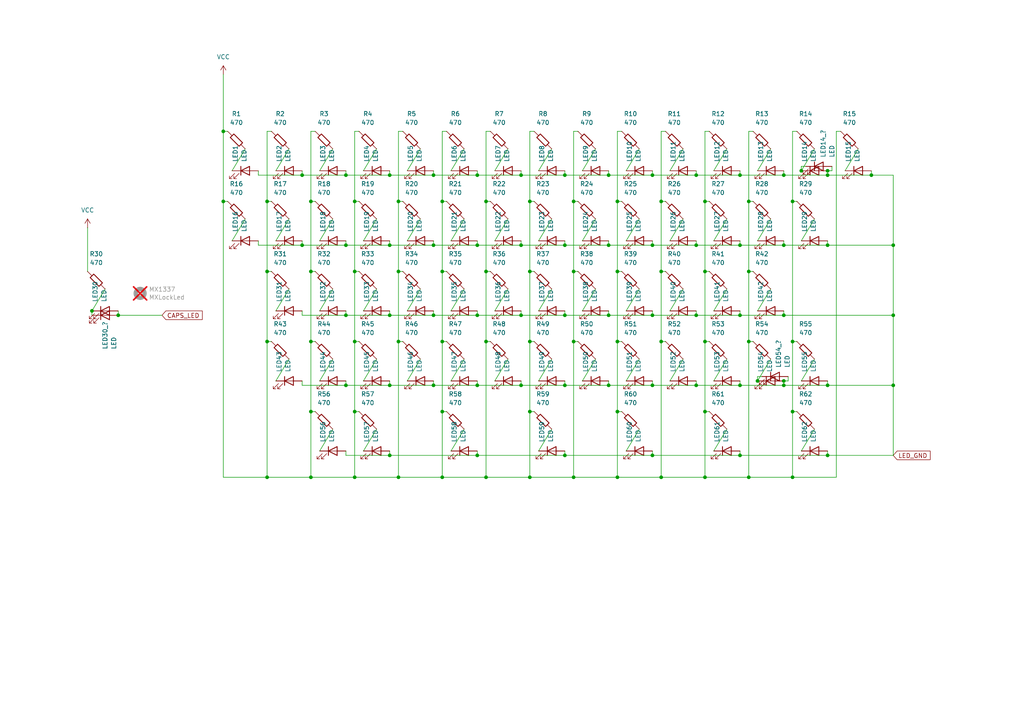
<source format=kicad_sch>
(kicad_sch (version 20250114) (generator "eeschema") (generator_version "9.0")
  (paper "A4")
  (junction (at 214.63 50.8))
  (junction (at 176.53 91.44))
  (junction (at 204.47 99.06))
  (junction (at 204.47 58.42))
  (junction (at 102.87 119.38))
  (junction (at 140.97 58.42))
  (junction (at 151.13 91.44))
  (junction (at 77.47 99.06))
  (junction (at 153.67 99.06))
  (junction (at 240.03 111.76))
  (junction (at 115.57 58.42))
  (junction (at 102.87 78.74))
  (junction (at 113.03 91.44))
  (junction (at 113.03 50.8))
  (junction (at 140.97 138.43))
  (junction (at 229.87 138.43))
  (junction (at 227.33 111.76))
  (junction (at 201.93 111.76))
  (junction (at 125.73 91.44))
  (junction (at 227.33 71.12))
  (junction (at 189.23 111.76))
  (junction (at 64.77 38.1))
  (junction (at 64.77 58.42))
  (junction (at 128.27 58.42))
  (junction (at 179.07 138.43))
  (junction (at 100.33 71.12))
  (junction (at 163.83 111.76))
  (junction (at 138.43 91.44))
  (junction (at 100.33 91.44))
  (junction (at 191.77 78.74))
  (junction (at 113.03 111.76))
  (junction (at 128.27 78.74))
  (junction (at 227.33 50.8))
  (junction (at 189.23 91.44))
  (junction (at 191.77 58.42))
  (junction (at 151.13 50.8))
  (junction (at 204.47 78.74))
  (junction (at 113.03 132.08))
  (junction (at 166.37 99.06))
  (junction (at 90.17 119.38))
  (junction (at 100.33 111.76))
  (junction (at 176.53 71.12))
  (junction (at 229.87 119.38))
  (junction (at 34.29 91.44))
  (junction (at 138.43 111.76))
  (junction (at 115.57 78.74))
  (junction (at 166.37 138.43))
  (junction (at 153.67 78.74))
  (junction (at 90.17 138.43))
  (junction (at 102.87 138.43))
  (junction (at 166.37 58.42))
  (junction (at 240.03 71.12))
  (junction (at 201.93 91.44))
  (junction (at 189.23 50.8))
  (junction (at 163.83 132.08))
  (junction (at 153.67 58.42))
  (junction (at 128.27 99.06))
  (junction (at 204.47 138.43))
  (junction (at 115.57 99.06))
  (junction (at 140.97 99.06))
  (junction (at 227.33 91.44))
  (junction (at 201.93 50.8))
  (junction (at 176.53 50.8))
  (junction (at 259.08 91.44))
  (junction (at 26.67 90.17))
  (junction (at 179.07 99.06))
  (junction (at 163.83 50.8))
  (junction (at 191.77 99.06))
  (junction (at 240.03 50.8))
  (junction (at 138.43 71.12))
  (junction (at 153.67 138.43))
  (junction (at 113.03 71.12))
  (junction (at 138.43 50.8))
  (junction (at 201.93 71.12))
  (junction (at 77.47 58.42))
  (junction (at 214.63 132.08))
  (junction (at 100.33 50.8))
  (junction (at 252.73 50.8))
  (junction (at 229.87 58.42))
  (junction (at 217.17 99.06))
  (junction (at 229.87 99.06))
  (junction (at 179.07 119.38))
  (junction (at 214.63 111.76))
  (junction (at 151.13 111.76))
  (junction (at 259.08 111.76))
  (junction (at 128.27 119.38))
  (junction (at 217.17 58.42))
  (junction (at 90.17 78.74))
  (junction (at 102.87 99.06))
  (junction (at 102.87 58.42))
  (junction (at 189.23 132.08))
  (junction (at 163.83 91.44))
  (junction (at 191.77 138.43))
  (junction (at 214.63 71.12))
  (junction (at 87.63 50.8))
  (junction (at 115.57 138.43))
  (junction (at 189.23 71.12))
  (junction (at 219.71 110.49))
  (junction (at 240.03 132.08))
  (junction (at 214.63 91.44))
  (junction (at 125.73 111.76))
  (junction (at 77.47 138.43))
  (junction (at 153.67 119.38))
  (junction (at 125.73 50.8))
  (junction (at 240.03 49.53))
  (junction (at 176.53 111.76))
  (junction (at 166.37 78.74))
  (junction (at 151.13 71.12))
  (junction (at 140.97 78.74))
  (junction (at 128.27 138.43))
  (junction (at 138.43 132.08))
  (junction (at 179.07 78.74))
  (junction (at 232.41 49.53))
  (junction (at 179.07 58.42))
  (junction (at 217.17 138.43))
  (junction (at 77.47 78.74))
  (junction (at 163.83 71.12))
  (junction (at 87.63 71.12))
  (junction (at 125.73 71.12))
  (junction (at 90.17 99.06))
  (junction (at 204.47 119.38))
  (junction (at 227.33 110.49))
  (junction (at 259.08 71.12))
  (junction (at 90.17 58.42))
  (junction (at 217.17 78.74))
  (wire (pts (xy 151.13 71.12) (xy 163.83 71.12)))
  (wire (pts (xy 163.83 91.44) (xy 176.53 91.44)))
  (wire (pts (xy 96.52 83.82) (xy 92.71 90.17)))
  (wire (pts (xy 191.77 58.42) (xy 191.77 78.74)))
  (wire (pts (xy 90.17 78.74) (xy 90.17 99.06)))
  (wire (pts (xy 210.82 83.82) (xy 207.01 90.17)))
  (wire (pts (xy 151.13 90.17) (xy 151.13 91.44)))
  (wire (pts (xy 102.87 119.38) (xy 102.87 138.43)))
  (wire (pts (xy 228.6 109.22) (xy 228.6 110.49)))
  (wire (pts (xy 87.63 91.44) (xy 100.33 91.44)))
  (wire (pts (xy 252.73 49.53) (xy 252.73 50.8)))
  (wire (pts (xy 205.74 99.06) (xy 204.47 99.06)))
  (wire (pts (xy 138.43 111.76) (xy 151.13 111.76)))
  (wire (pts (xy 129.54 78.74) (xy 128.27 78.74)))
  (wire (pts (xy 74.93 69.85) (xy 74.93 71.12)))
  (wire (pts (xy 96.52 104.14) (xy 92.71 110.49)))
  (wire (pts (xy 214.63 50.8) (xy 227.33 50.8)))
  (wire (pts (xy 179.07 119.38) (xy 179.07 138.43)))
  (wire (pts (xy 151.13 50.8) (xy 163.83 50.8)))
  (wire (pts (xy 138.43 110.49) (xy 138.43 111.76)))
  (wire (pts (xy 100.33 130.81) (xy 100.33 132.08)))
  (wire (pts (xy 180.34 119.38) (xy 179.07 119.38)))
  (wire (pts (xy 189.23 130.81) (xy 189.23 132.08)))
  (wire (pts (xy 240.03 71.12) (xy 259.08 71.12)))
  (wire (pts (xy 241.3 48.26) (xy 241.3 49.53)))
  (wire (pts (xy 134.62 104.14) (xy 130.81 110.49)))
  (wire (pts (xy 104.14 99.06) (xy 102.87 99.06)))
  (wire (pts (xy 113.03 71.12) (xy 125.73 71.12)))
  (wire (pts (xy 71.12 63.5) (xy 67.31 69.85)))
  (wire (pts (xy 113.03 49.53) (xy 113.03 50.8)))
  (wire (pts (xy 74.93 50.8) (xy 87.63 50.8)))
  (wire (pts (xy 189.23 49.53) (xy 189.23 50.8)))
  (wire (pts (xy 172.72 83.82) (xy 168.91 90.17)))
  (wire (pts (xy 176.53 71.12) (xy 189.23 71.12)))
  (wire (pts (xy 100.33 69.85) (xy 100.33 71.12)))
  (wire (pts (xy 219.71 109.22) (xy 219.71 110.49)))
  (wire (pts (xy 185.42 83.82) (xy 181.61 90.17)))
  (wire (pts (xy 90.17 138.43) (xy 102.87 138.43)))
  (wire (pts (xy 153.67 58.42) (xy 153.67 78.74)))
  (wire (pts (xy 189.23 69.85) (xy 189.23 71.12)))
  (wire (pts (xy 198.12 104.14) (xy 194.31 110.49)))
  (wire (pts (xy 140.97 58.42) (xy 140.97 78.74)))
  (wire (pts (xy 34.29 90.17) (xy 34.29 91.44)))
  (wire (pts (xy 34.29 91.44) (xy 46.99 91.44)))
  (wire (pts (xy 179.07 58.42) (xy 179.07 78.74)))
  (wire (pts (xy 90.17 119.38) (xy 90.17 138.43)))
  (wire (pts (xy 104.14 119.38) (xy 102.87 119.38)))
  (wire (pts (xy 201.93 111.76) (xy 214.63 111.76)))
  (wire (pts (xy 241.3 49.53) (xy 240.03 49.53)))
  (wire (pts (xy 140.97 38.1) (xy 140.97 58.42)))
  (wire (pts (xy 240.03 50.8) (xy 252.73 50.8)))
  (wire (pts (xy 128.27 58.42) (xy 128.27 78.74)))
  (wire (pts (xy 102.87 58.42) (xy 102.87 78.74)))
  (wire (pts (xy 102.87 99.06) (xy 102.87 119.38)))
  (wire (pts (xy 109.22 43.18) (xy 105.41 49.53)))
  (wire (pts (xy 87.63 69.85) (xy 87.63 71.12)))
  (wire (pts (xy 153.67 78.74) (xy 153.67 99.06)))
  (wire (pts (xy 236.22 63.5) (xy 232.41 69.85)))
  (wire (pts (xy 205.74 58.42) (xy 204.47 58.42)))
  (wire (pts (xy 163.83 111.76) (xy 176.53 111.76)))
  (wire (pts (xy 83.82 43.18) (xy 80.01 49.53)))
  (wire (pts (xy 166.37 99.06) (xy 166.37 138.43)))
  (wire (pts (xy 104.14 58.42) (xy 102.87 58.42)))
  (wire (pts (xy 198.12 83.82) (xy 194.31 90.17)))
  (wire (pts (xy 140.97 99.06) (xy 140.97 138.43)))
  (wire (pts (xy 218.44 38.1) (xy 217.17 38.1)))
  (wire (pts (xy 160.02 124.46) (xy 156.21 130.81)))
  (wire (pts (xy 217.17 138.43) (xy 229.87 138.43)))
  (wire (pts (xy 217.17 99.06) (xy 217.17 138.43)))
  (wire (pts (xy 138.43 50.8) (xy 151.13 50.8)))
  (wire (pts (xy 185.42 43.18) (xy 181.61 49.53)))
  (wire (pts (xy 64.77 58.42) (xy 64.77 138.43)))
  (wire (pts (xy 236.22 104.14) (xy 232.41 110.49)))
  (wire (pts (xy 166.37 78.74) (xy 166.37 99.06)))
  (wire (pts (xy 147.32 43.18) (xy 143.51 49.53)))
  (wire (pts (xy 154.94 58.42) (xy 153.67 58.42)))
  (wire (pts (xy 87.63 111.76) (xy 100.33 111.76)))
  (wire (pts (xy 90.17 38.1) (xy 90.17 58.42)))
  (wire (pts (xy 125.73 50.8) (xy 138.43 50.8)))
  (wire (pts (xy 96.52 43.18) (xy 92.71 49.53)))
  (wire (pts (xy 77.47 78.74) (xy 77.47 99.06)))
  (wire (pts (xy 66.04 38.1) (xy 64.77 38.1)))
  (wire (pts (xy 90.17 58.42) (xy 90.17 78.74)))
  (wire (pts (xy 204.47 119.38) (xy 204.47 138.43)))
  (wire (pts (xy 193.04 78.74) (xy 191.77 78.74)))
  (wire (pts (xy 229.87 99.06) (xy 229.87 119.38)))
  (wire (pts (xy 154.94 78.74) (xy 153.67 78.74)))
  (wire (pts (xy 220.98 109.22) (xy 219.71 109.22)))
  (wire (pts (xy 91.44 119.38) (xy 90.17 119.38)))
  (wire (pts (xy 242.57 38.1) (xy 242.57 138.43)))
  (wire (pts (xy 78.74 38.1) (xy 77.47 38.1)))
  (wire (pts (xy 259.08 50.8) (xy 259.08 71.12)))
  (wire (pts (xy 125.73 91.44) (xy 138.43 91.44)))
  (wire (pts (xy 231.14 119.38) (xy 229.87 119.38)))
  (wire (pts (xy 172.72 43.18) (xy 168.91 49.53)))
  (wire (pts (xy 113.03 130.81) (xy 113.03 132.08)))
  (wire (pts (xy 232.41 48.26) (xy 232.41 49.53)))
  (wire (pts (xy 217.17 78.74) (xy 217.17 99.06)))
  (wire (pts (xy 240.03 49.53) (xy 240.03 50.8)))
  (wire (pts (xy 191.77 38.1) (xy 191.77 58.42)))
  (wire (pts (xy 204.47 78.74) (xy 204.47 99.06)))
  (wire (pts (xy 109.22 83.82) (xy 105.41 90.17)))
  (wire (pts (xy 240.03 130.81) (xy 240.03 132.08)))
  (wire (pts (xy 30.48 83.82) (xy 26.67 90.17)))
  (wire (pts (xy 240.03 132.08) (xy 259.08 132.08)))
  (wire (pts (xy 138.43 132.08) (xy 163.83 132.08)))
  (wire (pts (xy 231.14 99.06) (xy 229.87 99.06)))
  (wire (pts (xy 100.33 71.12) (xy 113.03 71.12)))
  (wire (pts (xy 100.33 110.49) (xy 100.33 111.76)))
  (wire (pts (xy 210.82 124.46) (xy 207.01 130.81)))
  (wire (pts (xy 163.83 132.08) (xy 189.23 132.08)))
  (wire (pts (xy 179.07 38.1) (xy 179.07 58.42)))
  (wire (pts (xy 121.92 43.18) (xy 118.11 49.53)))
  (wire (pts (xy 115.57 78.74) (xy 115.57 99.06)))
  (wire (pts (xy 179.07 78.74) (xy 179.07 99.06)))
  (wire (pts (xy 166.37 138.43) (xy 179.07 138.43)))
  (wire (pts (xy 115.57 138.43) (xy 128.27 138.43)))
  (wire (pts (xy 201.93 69.85) (xy 201.93 71.12)))
  (wire (pts (xy 191.77 78.74) (xy 191.77 99.06)))
  (wire (pts (xy 229.87 138.43) (xy 242.57 138.43)))
  (wire (pts (xy 163.83 110.49) (xy 163.83 111.76)))
  (wire (pts (xy 138.43 69.85) (xy 138.43 71.12)))
  (wire (pts (xy 176.53 90.17) (xy 176.53 91.44)))
  (wire (pts (xy 201.93 49.53) (xy 201.93 50.8)))
  (wire (pts (xy 83.82 63.5) (xy 80.01 69.85)))
  (wire (pts (xy 74.93 71.12) (xy 87.63 71.12)))
  (wire (pts (xy 142.24 58.42) (xy 140.97 58.42)))
  (wire (pts (xy 64.77 38.1) (xy 64.77 58.42)))
  (wire (pts (xy 121.92 83.82) (xy 118.11 90.17)))
  (wire (pts (xy 176.53 91.44) (xy 189.23 91.44)))
  (wire (pts (xy 193.04 38.1) (xy 191.77 38.1)))
  (wire (pts (xy 104.14 78.74) (xy 102.87 78.74)))
  (wire (pts (xy 229.87 38.1) (xy 229.87 58.42)))
  (wire (pts (xy 113.03 90.17) (xy 113.03 91.44)))
  (wire (pts (xy 116.84 78.74) (xy 115.57 78.74)))
  (wire (pts (xy 115.57 99.06) (xy 115.57 138.43)))
  (wire (pts (xy 227.33 69.85) (xy 227.33 71.12)))
  (wire (pts (xy 129.54 38.1) (xy 128.27 38.1)))
  (wire (pts (xy 115.57 38.1) (xy 115.57 58.42)))
  (wire (pts (xy 223.52 83.82) (xy 219.71 90.17)))
  (wire (pts (xy 83.82 104.14) (xy 80.01 110.49)))
  (wire (pts (xy 160.02 104.14) (xy 156.21 110.49)))
  (wire (pts (xy 90.17 99.06) (xy 90.17 119.38)))
  (wire (pts (xy 236.22 43.18) (xy 232.41 49.53)))
  (wire (pts (xy 214.63 71.12) (xy 227.33 71.12)))
  (wire (pts (xy 189.23 110.49) (xy 189.23 111.76)))
  (wire (pts (xy 102.87 38.1) (xy 102.87 58.42)))
  (wire (pts (xy 125.73 90.17) (xy 125.73 91.44)))
  (wire (pts (xy 236.22 124.46) (xy 232.41 130.81)))
  (wire (pts (xy 198.12 43.18) (xy 194.31 49.53)))
  (wire (pts (xy 125.73 110.49) (xy 125.73 111.76)))
  (wire (pts (xy 128.27 78.74) (xy 128.27 99.06)))
  (wire (pts (xy 163.83 130.81) (xy 163.83 132.08)))
  (wire (pts (xy 198.12 63.5) (xy 194.31 69.85)))
  (wire (pts (xy 193.04 58.42) (xy 191.77 58.42)))
  (wire (pts (xy 201.93 110.49) (xy 201.93 111.76)))
  (wire (pts (xy 160.02 63.5) (xy 156.21 69.85)))
  (wire (pts (xy 151.13 111.76) (xy 163.83 111.76)))
  (wire (pts (xy 176.53 49.53) (xy 176.53 50.8)))
  (wire (pts (xy 151.13 69.85) (xy 151.13 71.12)))
  (wire (pts (xy 134.62 43.18) (xy 130.81 49.53)))
  (wire (pts (xy 125.73 69.85) (xy 125.73 71.12)))
  (wire (pts (xy 167.64 58.42) (xy 166.37 58.42)))
  (wire (pts (xy 163.83 71.12) (xy 176.53 71.12)))
  (wire (pts (xy 128.27 99.06) (xy 128.27 119.38)))
  (wire (pts (xy 113.03 50.8) (xy 125.73 50.8)))
  (wire (pts (xy 121.92 104.14) (xy 118.11 110.49)))
  (wire (pts (xy 116.84 58.42) (xy 115.57 58.42)))
  (wire (pts (xy 138.43 130.81) (xy 138.43 132.08)))
  (wire (pts (xy 167.64 38.1) (xy 166.37 38.1)))
  (wire (pts (xy 214.63 49.53) (xy 214.63 50.8)))
  (wire (pts (xy 172.72 104.14) (xy 168.91 110.49)))
  (wire (pts (xy 134.62 63.5) (xy 130.81 69.85)))
  (wire (pts (xy 100.33 132.08) (xy 113.03 132.08)))
  (wire (pts (xy 160.02 83.82) (xy 156.21 90.17)))
  (wire (pts (xy 166.37 38.1) (xy 166.37 58.42)))
  (wire (pts (xy 166.37 58.42) (xy 166.37 78.74)))
  (wire (pts (xy 87.63 50.8) (xy 100.33 50.8)))
  (wire (pts (xy 189.23 111.76) (xy 201.93 111.76)))
  (wire (pts (xy 227.33 71.12) (xy 240.03 71.12)))
  (wire (pts (xy 205.74 78.74) (xy 204.47 78.74)))
  (wire (pts (xy 205.74 119.38) (xy 204.47 119.38)))
  (wire (pts (xy 142.24 99.06) (xy 140.97 99.06)))
  (wire (pts (xy 228.6 110.49) (xy 227.33 110.49)))
  (wire (pts (xy 179.07 138.43) (xy 191.77 138.43)))
  (wire (pts (xy 189.23 50.8) (xy 201.93 50.8)))
  (wire (pts (xy 71.12 43.18) (xy 67.31 49.53)))
  (wire (pts (xy 176.53 50.8) (xy 189.23 50.8)))
  (wire (pts (xy 189.23 71.12) (xy 201.93 71.12)))
  (wire (pts (xy 154.94 119.38) (xy 153.67 119.38)))
  (wire (pts (xy 113.03 132.08) (xy 138.43 132.08)))
  (wire (pts (xy 214.63 132.08) (xy 240.03 132.08)))
  (wire (pts (xy 66.04 58.42) (xy 64.77 58.42)))
  (wire (pts (xy 210.82 43.18) (xy 207.01 49.53)))
  (wire (pts (xy 176.53 111.76) (xy 189.23 111.76)))
  (wire (pts (xy 223.52 43.18) (xy 219.71 49.53)))
  (wire (pts (xy 214.63 90.17) (xy 214.63 91.44)))
  (wire (pts (xy 217.17 38.1) (xy 217.17 58.42)))
  (wire (pts (xy 121.92 63.5) (xy 118.11 69.85)))
  (wire (pts (xy 116.84 99.06) (xy 115.57 99.06)))
  (wire (pts (xy 153.67 99.06) (xy 153.67 119.38)))
  (wire (pts (xy 78.74 58.42) (xy 77.47 58.42)))
  (wire (pts (xy 227.33 110.49) (xy 227.33 111.76)))
  (wire (pts (xy 102.87 138.43) (xy 115.57 138.43)))
  (wire (pts (xy 115.57 58.42) (xy 115.57 78.74)))
  (wire (pts (xy 185.42 104.14) (xy 181.61 110.49)))
  (wire (pts (xy 77.47 138.43) (xy 90.17 138.43)))
  (wire (pts (xy 229.87 119.38) (xy 229.87 138.43)))
  (wire (pts (xy 147.32 63.5) (xy 143.51 69.85)))
  (wire (pts (xy 83.82 83.82) (xy 80.01 90.17)))
  (wire (pts (xy 77.47 58.42) (xy 77.47 78.74)))
  (wire (pts (xy 129.54 58.42) (xy 128.27 58.42)))
  (wire (pts (xy 147.32 83.82) (xy 143.51 90.17)))
  (wire (pts (xy 138.43 90.17) (xy 138.43 91.44)))
  (wire (pts (xy 240.03 111.76) (xy 259.08 111.76)))
  (wire (pts (xy 240.03 110.49) (xy 240.03 111.76)))
  (wire (pts (xy 113.03 91.44) (xy 125.73 91.44)))
  (wire (pts (xy 128.27 38.1) (xy 128.27 58.42)))
  (wire (pts (xy 113.03 69.85) (xy 113.03 71.12)))
  (wire (pts (xy 153.67 119.38) (xy 153.67 138.43)))
  (wire (pts (xy 151.13 110.49) (xy 151.13 111.76)))
  (wire (pts (xy 163.83 90.17) (xy 163.83 91.44)))
  (wire (pts (xy 191.77 138.43) (xy 204.47 138.43)))
  (wire (pts (xy 218.44 99.06) (xy 217.17 99.06)))
  (wire (pts (xy 64.77 38.1) (xy 64.77 21.59)))
  (wire (pts (xy 180.34 38.1) (xy 179.07 38.1)))
  (wire (pts (xy 201.93 50.8) (xy 214.63 50.8)))
  (wire (pts (xy 125.73 49.53) (xy 125.73 50.8)))
  (wire (pts (xy 64.77 138.43) (xy 77.47 138.43)))
  (wire (pts (xy 26.67 90.17) (xy 26.67 91.44)))
  (wire (pts (xy 223.52 104.14) (xy 219.71 110.49)))
  (wire (pts (xy 227.33 90.17) (xy 227.33 91.44)))
  (wire (pts (xy 185.42 124.46) (xy 181.61 130.81)))
  (wire (pts (xy 74.93 49.53) (xy 74.93 50.8)))
  (wire (pts (xy 167.64 99.06) (xy 166.37 99.06)))
  (wire (pts (xy 153.67 38.1) (xy 153.67 58.42)))
  (wire (pts (xy 204.47 99.06) (xy 204.47 119.38)))
  (wire (pts (xy 223.52 63.5) (xy 219.71 69.85)))
  (wire (pts (xy 240.03 69.85) (xy 240.03 71.12)))
  (wire (pts (xy 91.44 99.06) (xy 90.17 99.06)))
  (wire (pts (xy 189.23 90.17) (xy 189.23 91.44)))
  (wire (pts (xy 154.94 99.06) (xy 153.67 99.06)))
  (wire (pts (xy 147.32 104.14) (xy 143.51 110.49)))
  (wire (pts (xy 233.68 48.26) (xy 232.41 48.26)))
  (wire (pts (xy 100.33 111.76) (xy 113.03 111.76)))
  (wire (pts (xy 87.63 49.53) (xy 87.63 50.8)))
  (wire (pts (xy 128.27 119.38) (xy 128.27 138.43)))
  (wire (pts (xy 179.07 99.06) (xy 179.07 119.38)))
  (wire (pts (xy 87.63 90.17) (xy 87.63 91.44)))
  (wire (pts (xy 176.53 110.49) (xy 176.53 111.76)))
  (wire (pts (xy 204.47 138.43) (xy 217.17 138.43)))
  (wire (pts (xy 77.47 99.06) (xy 77.47 138.43)))
  (wire (pts (xy 109.22 63.5) (xy 105.41 69.85)))
  (wire (pts (xy 231.14 58.42) (xy 229.87 58.42)))
  (wire (pts (xy 125.73 71.12) (xy 138.43 71.12)))
  (wire (pts (xy 167.64 78.74) (xy 166.37 78.74)))
  (wire (pts (xy 87.63 110.49) (xy 87.63 111.76)))
  (wire (pts (xy 129.54 99.06) (xy 128.27 99.06)))
  (wire (pts (xy 201.93 71.12) (xy 214.63 71.12)))
  (wire (pts (xy 227.33 111.76) (xy 240.03 111.76)))
  (wire (pts (xy 138.43 91.44) (xy 151.13 91.44)))
  (wire (pts (xy 160.02 43.18) (xy 156.21 49.53)))
  (wire (pts (xy 109.22 124.46) (xy 105.41 130.81)))
  (wire (pts (xy 78.74 99.06) (xy 77.47 99.06)))
  (wire (pts (xy 259.08 91.44) (xy 259.08 111.76)))
  (wire (pts (xy 243.84 38.1) (xy 242.57 38.1)))
  (wire (pts (xy 151.13 91.44) (xy 163.83 91.44)))
  (wire (pts (xy 134.62 83.82) (xy 130.81 90.17)))
  (wire (pts (xy 100.33 50.8) (xy 113.03 50.8)))
  (wire (pts (xy 259.08 111.76) (xy 259.08 132.08)))
  (wire (pts (xy 116.84 38.1) (xy 115.57 38.1)))
  (wire (pts (xy 91.44 38.1) (xy 90.17 38.1)))
  (wire (pts (xy 214.63 111.76) (xy 227.33 111.76)))
  (wire (pts (xy 217.17 58.42) (xy 217.17 78.74)))
  (wire (pts (xy 180.34 58.42) (xy 179.07 58.42)))
  (wire (pts (xy 214.63 91.44) (xy 227.33 91.44)))
  (wire (pts (xy 142.24 38.1) (xy 140.97 38.1)))
  (wire (pts (xy 78.74 78.74) (xy 77.47 78.74)))
  (wire (pts (xy 113.03 111.76) (xy 125.73 111.76)))
  (wire (pts (xy 205.74 38.1) (xy 204.47 38.1)))
  (wire (pts (xy 204.47 58.42) (xy 204.47 78.74)))
  (wire (pts (xy 154.94 38.1) (xy 153.67 38.1)))
  (wire (pts (xy 227.33 49.53) (xy 227.33 50.8)))
  (wire (pts (xy 100.33 91.44) (xy 113.03 91.44)))
  (wire (pts (xy 180.34 99.06) (xy 179.07 99.06)))
  (wire (pts (xy 129.54 119.38) (xy 128.27 119.38)))
  (wire (pts (xy 185.42 63.5) (xy 181.61 69.85)))
  (wire (pts (xy 140.97 78.74) (xy 140.97 99.06)))
  (wire (pts (xy 163.83 49.53) (xy 163.83 50.8)))
  (wire (pts (xy 153.67 138.43) (xy 166.37 138.43)))
  (wire (pts (xy 176.53 69.85) (xy 176.53 71.12)))
  (wire (pts (xy 229.87 58.42) (xy 229.87 99.06)))
  (wire (pts (xy 163.83 69.85) (xy 163.83 71.12)))
  (wire (pts (xy 210.82 63.5) (xy 207.01 69.85)))
  (wire (pts (xy 142.24 78.74) (xy 140.97 78.74)))
  (wire (pts (xy 231.14 38.1) (xy 229.87 38.1)))
  (wire (pts (xy 201.93 90.17) (xy 201.93 91.44)))
  (wire (pts (xy 214.63 130.81) (xy 214.63 132.08)))
  (wire (pts (xy 193.04 99.06) (xy 191.77 99.06)))
  (wire (pts (xy 172.72 63.5) (xy 168.91 69.85)))
  (wire (pts (xy 204.47 38.1) (xy 204.47 58.42)))
  (wire (pts (xy 96.52 63.5) (xy 92.71 69.85)))
  (wire (pts (xy 191.77 99.06) (xy 191.77 138.43)))
  (wire (pts (xy 248.92 43.18) (xy 245.11 49.53)))
  (wire (pts (xy 189.23 132.08) (xy 214.63 132.08)))
  (wire (pts (xy 125.73 111.76) (xy 138.43 111.76)))
  (wire (pts (xy 113.03 110.49) (xy 113.03 111.76)))
  (wire (pts (xy 138.43 49.53) (xy 138.43 50.8)))
  (wire (pts (xy 189.23 91.44) (xy 201.93 91.44)))
  (wire (pts (xy 96.52 124.46) (xy 92.71 130.81)))
  (wire (pts (xy 218.44 78.74) (xy 217.17 78.74)))
  (wire (pts (xy 214.63 110.49) (xy 214.63 111.76)))
  (wire (pts (xy 214.63 69.85) (xy 214.63 71.12)))
  (wire (pts (xy 87.63 71.12) (xy 100.33 71.12)))
  (wire (pts (xy 77.47 38.1) (xy 77.47 58.42)))
  (wire (pts (xy 227.33 50.8) (xy 240.03 50.8)))
  (wire (pts (xy 134.62 124.46) (xy 130.81 130.81)))
  (wire (pts (xy 259.08 71.12) (xy 259.08 91.44)))
  (wire (pts (xy 128.27 138.43) (xy 140.97 138.43)))
  (wire (pts (xy 91.44 58.42) (xy 90.17 58.42)))
  (wire (pts (xy 227.33 91.44) (xy 259.08 91.44)))
  (wire (pts (xy 218.44 58.42) (xy 217.17 58.42)))
  (wire (pts (xy 151.13 49.53) (xy 151.13 50.8)))
  (wire (pts (xy 104.14 38.1) (xy 102.87 38.1)))
  (wire (pts (xy 163.83 50.8) (xy 176.53 50.8)))
  (wire (pts (xy 138.43 71.12) (xy 151.13 71.12)))
  (wire (pts (xy 210.82 104.14) (xy 207.01 110.49)))
  (wire (pts (xy 102.87 78.74) (xy 102.87 99.06)))
  (wire (pts (xy 100.33 90.17) (xy 100.33 91.44)))
  (wire (pts (xy 180.34 78.74) (xy 179.07 78.74)))
  (wire (pts (xy 140.97 138.43) (xy 153.67 138.43)))
  (wire (pts (xy 252.73 50.8) (xy 259.08 50.8)))
  (wire (pts (xy 201.93 91.44) (xy 214.63 91.44)))
  (wire (pts (xy 109.22 104.14) (xy 105.41 110.49)))
  (wire (pts (xy 25.4 78.74) (xy 25.4 66.04)))
  (wire (pts (xy 91.44 78.74) (xy 90.17 78.74)))
  (wire (pts (xy 100.33 49.53) (xy 100.33 50.8)))
  (global_label "CAPS_LED" (shape input) (at 46.99 91.44 0) (property "Intersheetrefs" "${INTERSHEET_REFS}" (effects (hide yes))))
  (global_label "LED_GND" (shape input) (at 259.08 132.08 0) (property "Intersheetrefs" "${INTERSHEET_REFS}" (effects (hide yes))))
  (symbol (lib_id "Device:LED") (at 96.52 69.85 0) (unit 1)
    (property "Reference" "LED18" (at 93.6624 67.31 90) (effects (justify left)))
    (property "Value" "LED" (at 96.2024 67.31 90) (effects (justify left)))
    (property "Footprint" "Switch_Misc:MX-LED-PolarityMarked" (effects (hide yes)))
    (property "Description" "Light emitting diode" (effects (hide yes)))
    (property "Sim.Pins" "1=K 2=A" (effects (hide yes)))
  )
  (symbol (lib_id "Device:R_45deg") (at 132.08 101.6 0) (unit 1)
    (property "Reference" "R47" (at 132.08 93.98 0))
    (property "Value" "470" (at 132.08 96.52 0))
    (property "Footprint" "Resistor_SMD:R_0805_2012Metric" (effects (hide yes)))
    (property "Description" "Resistor, rotated by 45°" (effects (hide yes)))
  )
  (symbol (lib_id "Device:R_45deg") (at 93.98 101.6 0) (unit 1)
    (property "Reference" "R44" (at 93.98 93.98 0))
    (property "Value" "470" (at 93.98 96.52 0))
    (property "Footprint" "Resistor_SMD:R_0805_2012Metric" (effects (hide yes)))
    (property "Description" "Resistor, rotated by 45°" (effects (hide yes)))
  )
  (symbol (lib_id "Device:LED") (at 160.02 130.81 0) (unit 1)
    (property "Reference" "LED59" (at 157.1624 128.27 90) (effects (justify left)))
    (property "Value" "LED" (at 159.7024 128.27 90) (effects (justify left)))
    (property "Footprint" "Switch_Misc:MX-LED-PolarityMarked" (effects (hide yes)))
    (property "Description" "Light emitting diode" (effects (hide yes)))
    (property "Sim.Pins" "1=K 2=A" (effects (hide yes)))
  )
  (symbol (lib_id "Device:LED") (at 121.92 90.17 0) (unit 1)
    (property "Reference" "LED34" (at 119.0624 87.63 90) (effects (justify left)))
    (property "Value" "LED" (at 121.6024 87.63 90) (effects (justify left)))
    (property "Footprint" "Switch_Misc:MX-LED-PolarityMarked" (effects (hide yes)))
    (property "Description" "Light emitting diode" (effects (hide yes)))
    (property "Sim.Pins" "1=K 2=A" (effects (hide yes)))
  )
  (symbol (lib_id "power:VCC") (at 25.4 66.04 0) (unit 1)
    (property "Reference" "#PWR01" (effects (hide yes)))
    (property "Value" "VCC" (at 25.4 60.96 0))
    (property "Description" "Power symbol creates a global label with name \"VCC\"" (effects (hide yes)))
  )
  (symbol (lib_id "Device:LED") (at 121.92 110.49 0) (unit 1)
    (property "Reference" "LED46" (at 119.0624 107.95 90) (effects (justify left)))
    (property "Value" "LED" (at 121.6024 107.95 90) (effects (justify left)))
    (property "Footprint" "Switch_Misc:MX-LED-PolarityMarked" (effects (hide yes)))
    (property "Description" "Light emitting diode" (effects (hide yes)))
    (property "Sim.Pins" "1=K 2=A" (effects (hide yes)))
  )
  (symbol (lib_id "power:VCC") (at 64.77 21.59 0) (unit 1)
    (property "Reference" "#PWR?" (effects (hide yes)))
    (property "Value" "VCC" (at 64.77 16.51 0))
    (property "Description" "Power symbol creates a global label with name \"VCC\"" (effects (hide yes)))
  )
  (symbol (lib_id "Device:LED") (at 223.52 90.17 0) (unit 1)
    (property "Reference" "LED42" (at 220.6624 87.63 90) (effects (justify left)))
    (property "Value" "LED" (at 223.2024 87.63 90) (effects (justify left)))
    (property "Footprint" "Switch_Misc:MX-LED-PolarityMarked" (effects (hide yes)))
    (property "Description" "Light emitting diode" (effects (hide yes)))
    (property "Sim.Pins" "1=K 2=A" (effects (hide yes)))
  )
  (symbol (lib_id "Device:R_45deg") (at 93.98 60.96 0) (unit 1)
    (property "Reference" "R18" (at 93.98 53.34 0))
    (property "Value" "470" (at 93.98 55.88 0))
    (property "Footprint" "Resistor_SMD:R_0805_2012Metric" (effects (hide yes)))
    (property "Description" "Resistor, rotated by 45°" (effects (hide yes)))
  )
  (symbol (lib_id "Device:LED") (at 134.62 49.53 0) (unit 1)
    (property "Reference" "LED6" (at 131.7624 46.99 90) (effects (justify left)))
    (property "Value" "LED" (at 134.3024 46.99 90) (effects (justify left)))
    (property "Footprint" "Switch_Misc:MX-LED-PolarityMarked" (effects (hide yes)))
    (property "Description" "Light emitting diode" (effects (hide yes)))
    (property "Sim.Pins" "1=K 2=A" (effects (hide yes)))
  )
  (symbol (lib_id "Device:LED") (at 134.62 69.85 0) (unit 1)
    (property "Reference" "LED21" (at 131.7624 67.31 90) (effects (justify left)))
    (property "Value" "LED" (at 134.3024 67.31 90) (effects (justify left)))
    (property "Footprint" "Switch_Misc:MX-LED-PolarityMarked" (effects (hide yes)))
    (property "Description" "Light emitting diode" (effects (hide yes)))
    (property "Sim.Pins" "1=K 2=A" (effects (hide yes)))
  )
  (symbol (lib_id "Device:LED") (at 71.12 69.85 0) (unit 1)
    (property "Reference" "LED16" (at 68.2624 67.31 90) (effects (justify left)))
    (property "Value" "LED" (at 70.8024 67.31 90) (effects (justify left)))
    (property "Footprint" "Switch_Misc:MX-LED-PolarityMarked" (effects (hide yes)))
    (property "Description" "Light emitting diode" (effects (hide yes)))
    (property "Sim.Pins" "1=K 2=A" (effects (hide yes)))
  )
  (symbol (lib_id "Device:R_45deg") (at 157.48 121.92 0) (unit 1)
    (property "Reference" "R59" (at 157.48 114.3 0))
    (property "Value" "470" (at 157.48 116.84 0))
    (property "Footprint" "Resistor_SMD:R_0805_2012Metric" (effects (hide yes)))
    (property "Description" "Resistor, rotated by 45°" (effects (hide yes)))
  )
  (symbol (lib_id "Device:LED") (at 210.82 110.49 0) (unit 1)
    (property "Reference" "LED53" (at 207.9624 107.95 90) (effects (justify left)))
    (property "Value" "LED" (at 210.5024 107.95 90) (effects (justify left)))
    (property "Footprint" "Switch_Misc:MX-LED-PolarityMarked" (effects (hide yes)))
    (property "Description" "Light emitting diode" (effects (hide yes)))
    (property "Sim.Pins" "1=K 2=A" (effects (hide yes)))
  )
  (symbol (lib_id "Device:R_45deg") (at 119.38 40.64 0) (unit 1)
    (property "Reference" "R5" (at 119.38 33.02 0))
    (property "Value" "470" (at 119.38 35.56 0))
    (property "Footprint" "Resistor_SMD:R_0805_2012Metric" (effects (hide yes)))
    (property "Description" "Resistor, rotated by 45°" (effects (hide yes)))
  )
  (symbol (lib_id "Device:LED") (at 109.22 110.49 0) (unit 1)
    (property "Reference" "LED45" (at 106.3624 107.95 90) (effects (justify left)))
    (property "Value" "LED" (at 108.9024 107.95 90) (effects (justify left)))
    (property "Footprint" "Switch_Misc:MX-LED-PolarityMarked" (effects (hide yes)))
    (property "Description" "Light emitting diode" (effects (hide yes)))
    (property "Sim.Pins" "1=K 2=A" (effects (hide yes)))
  )
  (symbol (lib_id "Device:R_45deg") (at 220.98 60.96 0) (unit 1)
    (property "Reference" "R28" (at 220.98 53.34 0))
    (property "Value" "470" (at 220.98 55.88 0))
    (property "Footprint" "Resistor_SMD:R_0805_2012Metric" (effects (hide yes)))
    (property "Description" "Resistor, rotated by 45°" (effects (hide yes)))
  )
  (symbol (lib_id "Device:LED") (at 223.52 110.49 0) (unit 1)
    (property "Reference" "LED54" (at 220.6624 107.95 90) (effects (justify left)))
    (property "Value" "LED" (at 223.2024 107.95 90) (effects (justify left)))
    (property "Footprint" "Switch_Misc:MX-LED-PolarityMarked" (effects (hide yes)))
    (property "Description" "Light emitting diode" (effects (hide yes)))
    (property "Sim.Pins" "1=K 2=A" (effects (hide yes)))
  )
  (symbol (lib_id "Device:R_45deg") (at 93.98 81.28 0) (unit 1)
    (property "Reference" "R32" (at 93.98 73.66 0))
    (property "Value" "470" (at 93.98 76.2 0))
    (property "Footprint" "Resistor_SMD:R_0805_2012Metric" (effects (hide yes)))
    (property "Description" "Resistor, rotated by 45°" (effects (hide yes)))
  )
  (symbol (lib_id "Mechanical:MountingHole") (at 40.64 85.09 0) (unit 1) (in_bom no) (dnp yes)
    (property "Reference" "MX1337" (at 43.18 83.9216 0) (effects (justify left)))
    (property "Value" "MXLockLed" (at 43.18 86.233 0) (effects (justify left)))
    (property "Footprint" "locallib:MX-Lock-LED-PolarityMarked" (effects (hide yes)))
  )
  (symbol (lib_id "Device:R_45deg") (at 182.88 121.92 0) (unit 1)
    (property "Reference" "R60" (at 182.88 114.3 0))
    (property "Value" "470" (at 182.88 116.84 0))
    (property "Footprint" "Resistor_SMD:R_0805_2012Metric" (effects (hide yes)))
    (property "Description" "Resistor, rotated by 45°" (effects (hide yes)))
  )
  (symbol (lib_id "Device:R_45deg") (at 144.78 40.64 0) (unit 1)
    (property "Reference" "R7" (at 144.78 33.02 0))
    (property "Value" "470" (at 144.78 35.56 0))
    (property "Footprint" "Resistor_SMD:R_0805_2012Metric" (effects (hide yes)))
    (property "Description" "Resistor, rotated by 45°" (effects (hide yes)))
  )
  (symbol (lib_id "Device:LED") (at 236.22 69.85 0) (unit 1)
    (property "Reference" "LED29" (at 233.3624 67.31 90) (effects (justify left)))
    (property "Value" "LED" (at 235.9024 67.31 90) (effects (justify left)))
    (property "Footprint" "Switch_Misc:MX-LED-PolarityMarked" (effects (hide yes)))
    (property "Description" "Light emitting diode" (effects (hide yes)))
    (property "Sim.Pins" "1=K 2=A" (effects (hide yes)))
  )
  (symbol (lib_id "Device:LED") (at 172.72 69.85 0) (unit 1)
    (property "Reference" "LED24" (at 169.8624 67.31 90) (effects (justify left)))
    (property "Value" "LED" (at 172.4024 67.31 90) (effects (justify left)))
    (property "Footprint" "Switch_Misc:MX-LED-PolarityMarked" (effects (hide yes)))
    (property "Description" "Light emitting diode" (effects (hide yes)))
    (property "Sim.Pins" "1=K 2=A" (effects (hide yes)))
  )
  (symbol (lib_id "Device:LED") (at 210.82 49.53 0) (unit 1)
    (property "Reference" "LED12" (at 207.9624 46.99 90) (effects (justify left)))
    (property "Value" "LED" (at 210.5024 46.99 90) (effects (justify left)))
    (property "Footprint" "Switch_Misc:MX-LED-PolarityMarked" (effects (hide yes)))
    (property "Description" "Light emitting diode" (effects (hide yes)))
    (property "Sim.Pins" "1=K 2=A" (effects (hide yes)))
  )
  (symbol (lib_id "Device:R_45deg") (at 106.68 60.96 0) (unit 1)
    (property "Reference" "R19" (at 106.68 53.34 0))
    (property "Value" "470" (at 106.68 55.88 0))
    (property "Footprint" "Resistor_SMD:R_0805_2012Metric" (effects (hide yes)))
    (property "Description" "Resistor, rotated by 45°" (effects (hide yes)))
  )
  (symbol (lib_id "Device:LED") (at 198.12 69.85 0) (unit 1)
    (property "Reference" "LED26" (at 195.2624 67.31 90) (effects (justify left)))
    (property "Value" "LED" (at 197.8024 67.31 90) (effects (justify left)))
    (property "Footprint" "Switch_Misc:MX-LED-PolarityMarked" (effects (hide yes)))
    (property "Description" "Light emitting diode" (effects (hide yes)))
    (property "Sim.Pins" "1=K 2=A" (effects (hide yes)))
  )
  (symbol (lib_id "Device:R_45deg") (at 170.18 101.6 0) (unit 1)
    (property "Reference" "R50" (at 170.18 93.98 0))
    (property "Value" "470" (at 170.18 96.52 0))
    (property "Footprint" "Resistor_SMD:R_0805_2012Metric" (effects (hide yes)))
    (property "Description" "Resistor, rotated by 45°" (effects (hide yes)))
  )
  (symbol (lib_id "Device:R_45deg") (at 195.58 60.96 0) (unit 1)
    (property "Reference" "R26" (at 195.58 53.34 0))
    (property "Value" "470" (at 195.58 55.88 0))
    (property "Footprint" "Resistor_SMD:R_0805_2012Metric" (effects (hide yes)))
    (property "Description" "Resistor, rotated by 45°" (effects (hide yes)))
  )
  (symbol (lib_id "Device:LED") (at 83.82 49.53 0) (unit 1)
    (property "Reference" "LED2" (at 80.9624 46.99 90) (effects (justify left)))
    (property "Value" "LED" (at 83.5024 46.99 90) (effects (justify left)))
    (property "Footprint" "Switch_Misc:MX-LED-PolarityMarked" (effects (hide yes)))
    (property "Description" "Light emitting diode" (effects (hide yes)))
    (property "Sim.Pins" "1=K 2=A" (effects (hide yes)))
  )
  (symbol (lib_id "Device:R_45deg") (at 157.48 40.64 0) (unit 1)
    (property "Reference" "R8" (at 157.48 33.02 0))
    (property "Value" "470" (at 157.48 35.56 0))
    (property "Footprint" "Resistor_SMD:R_0805_2012Metric" (effects (hide yes)))
    (property "Description" "Resistor, rotated by 45°" (effects (hide yes)))
  )
  (symbol (lib_id "Device:LED") (at 83.82 110.49 0) (unit 1)
    (property "Reference" "LED43" (at 80.9624 107.95 90) (effects (justify left)))
    (property "Value" "LED" (at 83.5024 107.95 90) (effects (justify left)))
    (property "Footprint" "Switch_Misc:MX-LED-PolarityMarked" (effects (hide yes)))
    (property "Description" "Light emitting diode" (effects (hide yes)))
    (property "Sim.Pins" "1=K 2=A" (effects (hide yes)))
  )
  (symbol (lib_id "Device:LED") (at 30.48 91.44 0) (unit 1)
    (property "Reference" "LED30_?" (at 30.48 101.346 90) (effects (justify left)))
    (property "Value" "LED" (at 33.02 101.346 90) (effects (justify left)))
    (property "Footprint" "Switch_Misc:MX-LED-PolarityMarked" (effects (hide yes)))
    (property "Description" "Light emitting diode" (effects (hide yes)))
    (property "Sim.Pins" "1=K 2=A" (effects (hide yes)))
  )
  (symbol (lib_id "Device:R_45deg") (at 81.28 40.64 0) (unit 1)
    (property "Reference" "R2" (at 81.28 33.02 0))
    (property "Value" "470" (at 81.28 35.56 0))
    (property "Footprint" "Resistor_SMD:R_0805_2012Metric" (effects (hide yes)))
    (property "Description" "Resistor, rotated by 45°" (effects (hide yes)))
  )
  (symbol (lib_id "Device:LED") (at 160.02 69.85 0) (unit 1)
    (property "Reference" "LED23" (at 157.1624 67.31 90) (effects (justify left)))
    (property "Value" "LED" (at 159.7024 67.31 90) (effects (justify left)))
    (property "Footprint" "Switch_Misc:MX-LED-PolarityMarked" (effects (hide yes)))
    (property "Description" "Light emitting diode" (effects (hide yes)))
    (property "Sim.Pins" "1=K 2=A" (effects (hide yes)))
  )
  (symbol (lib_id "Device:LED") (at 96.52 90.17 0) (unit 1)
    (property "Reference" "LED32" (at 93.6624 87.63 90) (effects (justify left)))
    (property "Value" "LED" (at 96.2024 87.63 90) (effects (justify left)))
    (property "Footprint" "Switch_Misc:MX-LED-PolarityMarked" (effects (hide yes)))
    (property "Description" "Light emitting diode" (effects (hide yes)))
    (property "Sim.Pins" "1=K 2=A" (effects (hide yes)))
  )
  (symbol (lib_id "Device:R_45deg") (at 208.28 60.96 0) (unit 1)
    (property "Reference" "R27" (at 208.28 53.34 0))
    (property "Value" "470" (at 208.28 55.88 0))
    (property "Footprint" "Resistor_SMD:R_0805_2012Metric" (effects (hide yes)))
    (property "Description" "Resistor, rotated by 45°" (effects (hide yes)))
  )
  (symbol (lib_id "Device:R_45deg") (at 144.78 81.28 0) (unit 1)
    (property "Reference" "R36" (at 144.78 73.66 0))
    (property "Value" "470" (at 144.78 76.2 0))
    (property "Footprint" "Resistor_SMD:R_0805_2012Metric" (effects (hide yes)))
    (property "Description" "Resistor, rotated by 45°" (effects (hide yes)))
  )
  (symbol (lib_id "Device:R_45deg") (at 170.18 40.64 0) (unit 1)
    (property "Reference" "R9" (at 170.18 33.02 0))
    (property "Value" "470" (at 170.18 35.56 0))
    (property "Footprint" "Resistor_SMD:R_0805_2012Metric" (effects (hide yes)))
    (property "Description" "Resistor, rotated by 45°" (effects (hide yes)))
  )
  (symbol (lib_id "Device:LED") (at 160.02 90.17 0) (unit 1)
    (property "Reference" "LED37" (at 157.1624 87.63 90) (effects (justify left)))
    (property "Value" "LED" (at 159.7024 87.63 90) (effects (justify left)))
    (property "Footprint" "Switch_Misc:MX-LED-PolarityMarked" (effects (hide yes)))
    (property "Description" "Light emitting diode" (effects (hide yes)))
    (property "Sim.Pins" "1=K 2=A" (effects (hide yes)))
  )
  (symbol (lib_id "Device:R_45deg") (at 208.28 40.64 0) (unit 1)
    (property "Reference" "R12" (at 208.28 33.02 0))
    (property "Value" "470" (at 208.28 35.56 0))
    (property "Footprint" "Resistor_SMD:R_0805_2012Metric" (effects (hide yes)))
    (property "Description" "Resistor, rotated by 45°" (effects (hide yes)))
  )
  (symbol (lib_id "Device:R_45deg") (at 132.08 40.64 0) (unit 1)
    (property "Reference" "R6" (at 132.08 33.02 0))
    (property "Value" "470" (at 132.08 35.56 0))
    (property "Footprint" "Resistor_SMD:R_0805_2012Metric" (effects (hide yes)))
    (property "Description" "Resistor, rotated by 45°" (effects (hide yes)))
  )
  (symbol (lib_id "Device:R_45deg") (at 220.98 81.28 0) (unit 1)
    (property "Reference" "R42" (at 220.98 73.66 0))
    (property "Value" "470" (at 220.98 76.2 0))
    (property "Footprint" "Resistor_SMD:R_0805_2012Metric" (effects (hide yes)))
    (property "Description" "Resistor, rotated by 45°" (effects (hide yes)))
  )
  (symbol (lib_id "Device:R_45deg") (at 119.38 81.28 0) (unit 1)
    (property "Reference" "R34" (at 119.38 73.66 0))
    (property "Value" "470" (at 119.38 76.2 0))
    (property "Footprint" "Resistor_SMD:R_0805_2012Metric" (effects (hide yes)))
    (property "Description" "Resistor, rotated by 45°" (effects (hide yes)))
  )
  (symbol (lib_id "Device:LED") (at 223.52 49.53 0) (unit 1)
    (property "Reference" "LED13" (at 220.6624 46.99 90) (effects (justify left)))
    (property "Value" "LED" (at 223.2024 46.99 90) (effects (justify left)))
    (property "Footprint" "Switch_Misc:MX-LED-PolarityMarked" (effects (hide yes)))
    (property "Description" "Light emitting diode" (effects (hide yes)))
    (property "Sim.Pins" "1=K 2=A" (effects (hide yes)))
  )
  (symbol (lib_id "Device:LED") (at 223.52 69.85 0) (unit 1)
    (property "Reference" "LED28" (at 220.6624 67.31 90) (effects (justify left)))
    (property "Value" "LED" (at 223.2024 67.31 90) (effects (justify left)))
    (property "Footprint" "Switch_Misc:MX-LED-PolarityMarked" (effects (hide yes)))
    (property "Description" "Light emitting diode" (effects (hide yes)))
    (property "Sim.Pins" "1=K 2=A" (effects (hide yes)))
  )
  (symbol (lib_id "Device:R_45deg") (at 144.78 101.6 0) (unit 1)
    (property "Reference" "R48" (at 144.78 93.98 0))
    (property "Value" "470" (at 144.78 96.52 0))
    (property "Footprint" "Resistor_SMD:R_0805_2012Metric" (effects (hide yes)))
    (property "Description" "Resistor, rotated by 45°" (effects (hide yes)))
  )
  (symbol (lib_id "Device:R_45deg") (at 195.58 81.28 0) (unit 1)
    (property "Reference" "R40" (at 195.58 73.66 0))
    (property "Value" "470" (at 195.58 76.2 0))
    (property "Footprint" "Resistor_SMD:R_0805_2012Metric" (effects (hide yes)))
    (property "Description" "Resistor, rotated by 45°" (effects (hide yes)))
  )
  (symbol (lib_id "Device:R_45deg") (at 132.08 121.92 0) (unit 1)
    (property "Reference" "R58" (at 132.08 114.3 0))
    (property "Value" "470" (at 132.08 116.84 0))
    (property "Footprint" "Resistor_SMD:R_0805_2012Metric" (effects (hide yes)))
    (property "Description" "Resistor, rotated by 45°" (effects (hide yes)))
  )
  (symbol (lib_id "Device:R_45deg") (at 93.98 40.64 0) (unit 1)
    (property "Reference" "R3" (at 93.98 33.02 0))
    (property "Value" "470" (at 93.98 35.56 0))
    (property "Footprint" "Resistor_SMD:R_0805_2012Metric" (effects (hide yes)))
    (property "Description" "Resistor, rotated by 45°" (effects (hide yes)))
  )
  (symbol (lib_id "Device:R_45deg") (at 182.88 81.28 0) (unit 1)
    (property "Reference" "R39" (at 182.88 73.66 0))
    (property "Value" "470" (at 182.88 76.2 0))
    (property "Footprint" "Resistor_SMD:R_0805_2012Metric" (effects (hide yes)))
    (property "Description" "Resistor, rotated by 45°" (effects (hide yes)))
  )
  (symbol (lib_id "Device:LED") (at 109.22 69.85 0) (unit 1)
    (property "Reference" "LED19" (at 106.3624 67.31 90) (effects (justify left)))
    (property "Value" "LED" (at 108.9024 67.31 90) (effects (justify left)))
    (property "Footprint" "Switch_Misc:MX-LED-PolarityMarked" (effects (hide yes)))
    (property "Description" "Light emitting diode" (effects (hide yes)))
    (property "Sim.Pins" "1=K 2=A" (effects (hide yes)))
  )
  (symbol (lib_id "Device:LED") (at 236.22 130.81 0) (unit 1)
    (property "Reference" "LED62" (at 233.3624 128.27 90) (effects (justify left)))
    (property "Value" "LED" (at 235.9024 128.27 90) (effects (justify left)))
    (property "Footprint" "Switch_Misc:MX-LED-PolarityMarked" (effects (hide yes)))
    (property "Description" "Light emitting diode" (effects (hide yes)))
    (property "Sim.Pins" "1=K 2=A" (effects (hide yes)))
  )
  (symbol (lib_id "Device:LED") (at 198.12 90.17 0) (unit 1)
    (property "Reference" "LED40" (at 195.2624 87.63 90) (effects (justify left)))
    (property "Value" "LED" (at 197.8024 87.63 90) (effects (justify left)))
    (property "Footprint" "Switch_Misc:MX-LED-PolarityMarked" (effects (hide yes)))
    (property "Description" "Light emitting diode" (effects (hide yes)))
    (property "Sim.Pins" "1=K 2=A" (effects (hide yes)))
  )
  (symbol (lib_id "Device:LED") (at 134.62 110.49 0) (unit 1)
    (property "Reference" "LED47" (at 131.7624 107.95 90) (effects (justify left)))
    (property "Value" "LED" (at 134.3024 107.95 90) (effects (justify left)))
    (property "Footprint" "Switch_Misc:MX-LED-PolarityMarked" (effects (hide yes)))
    (property "Description" "Light emitting diode" (effects (hide yes)))
    (property "Sim.Pins" "1=K 2=A" (effects (hide yes)))
  )
  (symbol (lib_id "Device:LED") (at 224.79 109.22 0) (unit 1)
    (property "Reference" "LED54_?" (at 225.806 106.68 90) (effects (justify left)))
    (property "Value" "LED" (at 228.346 106.68 90) (effects (justify left)))
    (property "Footprint" "Switch_Misc:MX-LED-PolarityMarked" (effects (hide yes)))
    (property "Description" "Light emitting diode" (effects (hide yes)))
    (property "Sim.Pins" "1=K 2=A" (effects (hide yes)))
  )
  (symbol (lib_id "Device:R_45deg") (at 157.48 101.6 0) (unit 1)
    (property "Reference" "R49" (at 157.48 93.98 0))
    (property "Value" "470" (at 157.48 96.52 0))
    (property "Footprint" "Resistor_SMD:R_0805_2012Metric" (effects (hide yes)))
    (property "Description" "Resistor, rotated by 45°" (effects (hide yes)))
  )
  (symbol (lib_id "Device:R_45deg") (at 106.68 81.28 0) (unit 1)
    (property "Reference" "R33" (at 106.68 73.66 0))
    (property "Value" "470" (at 106.68 76.2 0))
    (property "Footprint" "Resistor_SMD:R_0805_2012Metric" (effects (hide yes)))
    (property "Description" "Resistor, rotated by 45°" (effects (hide yes)))
  )
  (symbol (lib_id "Device:R_45deg") (at 132.08 60.96 0) (unit 1)
    (property "Reference" "R21" (at 132.08 53.34 0))
    (property "Value" "470" (at 132.08 55.88 0))
    (property "Footprint" "Resistor_SMD:R_0805_2012Metric" (effects (hide yes)))
    (property "Description" "Resistor, rotated by 45°" (effects (hide yes)))
  )
  (symbol (lib_id "Device:LED") (at 121.92 49.53 0) (unit 1)
    (property "Reference" "LED5" (at 119.0624 46.99 90) (effects (justify left)))
    (property "Value" "LED" (at 121.6024 46.99 90) (effects (justify left)))
    (property "Footprint" "Switch_Misc:MX-LED-PolarityMarked" (effects (hide yes)))
    (property "Description" "Light emitting diode" (effects (hide yes)))
    (property "Sim.Pins" "1=K 2=A" (effects (hide yes)))
  )
  (symbol (lib_id "Device:LED") (at 185.42 130.81 0) (unit 1)
    (property "Reference" "LED60" (at 182.5624 128.27 90) (effects (justify left)))
    (property "Value" "LED" (at 185.1024 128.27 90) (effects (justify left)))
    (property "Footprint" "Switch_Misc:MX-LED-PolarityMarked" (effects (hide yes)))
    (property "Description" "Light emitting diode" (effects (hide yes)))
    (property "Sim.Pins" "1=K 2=A" (effects (hide yes)))
  )
  (symbol (lib_id "Device:R_45deg") (at 119.38 60.96 0) (unit 1)
    (property "Reference" "R20" (at 119.38 53.34 0))
    (property "Value" "470" (at 119.38 55.88 0))
    (property "Footprint" "Resistor_SMD:R_0805_2012Metric" (effects (hide yes)))
    (property "Description" "Resistor, rotated by 45°" (effects (hide yes)))
  )
  (symbol (lib_id "Device:R_45deg") (at 220.98 101.6 0) (unit 1)
    (property "Reference" "R54" (at 220.98 93.98 0))
    (property "Value" "470" (at 220.98 96.52 0))
    (property "Footprint" "Resistor_SMD:R_0805_2012Metric" (effects (hide yes)))
    (property "Description" "Resistor, rotated by 45°" (effects (hide yes)))
  )
  (symbol (lib_id "Device:LED") (at 121.92 69.85 0) (unit 1)
    (property "Reference" "LED20" (at 119.0624 67.31 90) (effects (justify left)))
    (property "Value" "LED" (at 121.6024 67.31 90) (effects (justify left)))
    (property "Footprint" "Switch_Misc:MX-LED-PolarityMarked" (effects (hide yes)))
    (property "Description" "Light emitting diode" (effects (hide yes)))
    (property "Sim.Pins" "1=K 2=A" (effects (hide yes)))
  )
  (symbol (lib_id "Device:LED") (at 172.72 90.17 0) (unit 1)
    (property "Reference" "LED38" (at 169.8624 87.63 90) (effects (justify left)))
    (property "Value" "LED" (at 172.4024 87.63 90) (effects (justify left)))
    (property "Footprint" "Switch_Misc:MX-LED-PolarityMarked" (effects (hide yes)))
    (property "Description" "Light emitting diode" (effects (hide yes)))
    (property "Sim.Pins" "1=K 2=A" (effects (hide yes)))
  )
  (symbol (lib_id "Device:R_45deg") (at 106.68 121.92 0) (unit 1)
    (property "Reference" "R57" (at 106.68 114.3 0))
    (property "Value" "470" (at 106.68 116.84 0))
    (property "Footprint" "Resistor_SMD:R_0805_2012Metric" (effects (hide yes)))
    (property "Description" "Resistor, rotated by 45°" (effects (hide yes)))
  )
  (symbol (lib_id "Device:LED") (at 96.52 110.49 0) (unit 1)
    (property "Reference" "LED44" (at 93.6624 107.95 90) (effects (justify left)))
    (property "Value" "LED" (at 96.2024 107.95 90) (effects (justify left)))
    (property "Footprint" "Switch_Misc:MX-LED-PolarityMarked" (effects (hide yes)))
    (property "Description" "Light emitting diode" (effects (hide yes)))
    (property "Sim.Pins" "1=K 2=A" (effects (hide yes)))
  )
  (symbol (lib_id "Device:R_45deg") (at 170.18 60.96 0) (unit 1)
    (property "Reference" "R24" (at 170.18 53.34 0))
    (property "Value" "470" (at 170.18 55.88 0))
    (property "Footprint" "Resistor_SMD:R_0805_2012Metric" (effects (hide yes)))
    (property "Description" "Resistor, rotated by 45°" (effects (hide yes)))
  )
  (symbol (lib_id "Device:LED") (at 109.22 130.81 0) (unit 1)
    (property "Reference" "LED57" (at 106.3624 128.27 90) (effects (justify left)))
    (property "Value" "LED" (at 108.9024 128.27 90) (effects (justify left)))
    (property "Footprint" "Switch_Misc:MX-LED-PolarityMarked" (effects (hide yes)))
    (property "Description" "Light emitting diode" (effects (hide yes)))
    (property "Sim.Pins" "1=K 2=A" (effects (hide yes)))
  )
  (symbol (lib_id "Device:LED") (at 198.12 49.53 0) (unit 1)
    (property "Reference" "LED11" (at 195.2624 46.99 90) (effects (justify left)))
    (property "Value" "LED" (at 197.8024 46.99 90) (effects (justify left)))
    (property "Footprint" "Switch_Misc:MX-LED-PolarityMarked" (effects (hide yes)))
    (property "Description" "Light emitting diode" (effects (hide yes)))
    (property "Sim.Pins" "1=K 2=A" (effects (hide yes)))
  )
  (symbol (lib_id "Device:LED") (at 210.82 130.81 0) (unit 1)
    (property "Reference" "LED61" (at 207.9624 128.27 90) (effects (justify left)))
    (property "Value" "LED" (at 210.5024 128.27 90) (effects (justify left)))
    (property "Footprint" "Switch_Misc:MX-LED-PolarityMarked" (effects (hide yes)))
    (property "Description" "Light emitting diode" (effects (hide yes)))
    (property "Sim.Pins" "1=K 2=A" (effects (hide yes)))
  )
  (symbol (lib_id "Device:LED") (at 147.32 110.49 0) (unit 1)
    (property "Reference" "LED48" (at 144.4624 107.95 90) (effects (justify left)))
    (property "Value" "LED" (at 147.0024 107.95 90) (effects (justify left)))
    (property "Footprint" "Switch_Misc:MX-LED-PolarityMarked" (effects (hide yes)))
    (property "Description" "Light emitting diode" (effects (hide yes)))
    (property "Sim.Pins" "1=K 2=A" (effects (hide yes)))
  )
  (symbol (lib_id "Device:R_45deg") (at 170.18 81.28 0) (unit 1)
    (property "Reference" "R38" (at 170.18 73.66 0))
    (property "Value" "470" (at 170.18 76.2 0))
    (property "Footprint" "Resistor_SMD:R_0805_2012Metric" (effects (hide yes)))
    (property "Description" "Resistor, rotated by 45°" (effects (hide yes)))
  )
  (symbol (lib_id "Device:R_45deg") (at 208.28 81.28 0) (unit 1)
    (property "Reference" "R41" (at 208.28 73.66 0))
    (property "Value" "470" (at 208.28 76.2 0))
    (property "Footprint" "Resistor_SMD:R_0805_2012Metric" (effects (hide yes)))
    (property "Description" "Resistor, rotated by 45°" (effects (hide yes)))
  )
  (symbol (lib_id "Device:R_45deg") (at 132.08 81.28 0) (unit 1)
    (property "Reference" "R35" (at 132.08 73.66 0))
    (property "Value" "470" (at 132.08 76.2 0))
    (property "Footprint" "Resistor_SMD:R_0805_2012Metric" (effects (hide yes)))
    (property "Description" "Resistor, rotated by 45°" (effects (hide yes)))
  )
  (symbol (lib_id "Device:R_45deg") (at 27.94 81.28 0) (unit 1)
    (property "Reference" "R30" (at 27.94 73.66 0))
    (property "Value" "470" (at 27.94 76.2 0))
    (property "Footprint" "Resistor_SMD:R_0805_2012Metric" (effects (hide yes)))
    (property "Description" "Resistor, rotated by 45°" (effects (hide yes)))
  )
  (symbol (lib_id "Device:R_45deg") (at 119.38 101.6 0) (unit 1)
    (property "Reference" "R46" (at 119.38 93.98 0))
    (property "Value" "470" (at 119.38 96.52 0))
    (property "Footprint" "Resistor_SMD:R_0805_2012Metric" (effects (hide yes)))
    (property "Description" "Resistor, rotated by 45°" (effects (hide yes)))
  )
  (symbol (lib_id "Device:LED") (at 109.22 49.53 0) (unit 1)
    (property "Reference" "LED4" (at 106.3624 46.99 90) (effects (justify left)))
    (property "Value" "LED" (at 108.9024 46.99 90) (effects (justify left)))
    (property "Footprint" "Switch_Misc:MX-LED-PolarityMarked" (effects (hide yes)))
    (property "Description" "Light emitting diode" (effects (hide yes)))
    (property "Sim.Pins" "1=K 2=A" (effects (hide yes)))
  )
  (symbol (lib_id "Device:R_45deg") (at 182.88 101.6 0) (unit 1)
    (property "Reference" "R51" (at 182.88 93.98 0))
    (property "Value" "470" (at 182.88 96.52 0))
    (property "Footprint" "Resistor_SMD:R_0805_2012Metric" (effects (hide yes)))
    (property "Description" "Resistor, rotated by 45°" (effects (hide yes)))
  )
  (symbol (lib_id "Device:LED") (at 248.92 49.53 0) (unit 1)
    (property "Reference" "LED15" (at 246.0624 46.99 90) (effects (justify left)))
    (property "Value" "LED" (at 248.6024 46.99 90) (effects (justify left)))
    (property "Footprint" "Switch_Misc:MX-LED-PolarityMarked" (effects (hide yes)))
    (property "Description" "Light emitting diode" (effects (hide yes)))
    (property "Sim.Pins" "1=K 2=A" (effects (hide yes)))
  )
  (symbol (lib_id "Device:R_45deg") (at 93.98 121.92 0) (unit 1)
    (property "Reference" "R56" (at 93.98 114.3 0))
    (property "Value" "470" (at 93.98 116.84 0))
    (property "Footprint" "Resistor_SMD:R_0805_2012Metric" (effects (hide yes)))
    (property "Description" "Resistor, rotated by 45°" (effects (hide yes)))
  )
  (symbol (lib_id "Device:R_45deg") (at 208.28 121.92 0) (unit 1)
    (property "Reference" "R61" (at 208.28 114.3 0))
    (property "Value" "470" (at 208.28 116.84 0))
    (property "Footprint" "Resistor_SMD:R_0805_2012Metric" (effects (hide yes)))
    (property "Description" "Resistor, rotated by 45°" (effects (hide yes)))
  )
  (symbol (lib_id "Device:R_45deg") (at 233.68 40.64 0) (unit 1)
    (property "Reference" "R14" (at 233.68 33.02 0))
    (property "Value" "470" (at 233.68 35.56 0))
    (property "Footprint" "Resistor_SMD:R_0805_2012Metric" (effects (hide yes)))
    (property "Description" "Resistor, rotated by 45°" (effects (hide yes)))
  )
  (symbol (lib_id "Device:LED") (at 185.42 69.85 0) (unit 1)
    (property "Reference" "LED25" (at 182.5624 67.31 90) (effects (justify left)))
    (property "Value" "LED" (at 185.1024 67.31 90) (effects (justify left)))
    (property "Footprint" "Switch_Misc:MX-LED-PolarityMarked" (effects (hide yes)))
    (property "Description" "Light emitting diode" (effects (hide yes)))
    (property "Sim.Pins" "1=K 2=A" (effects (hide yes)))
  )
  (symbol (lib_id "Device:LED") (at 71.12 49.53 0) (unit 1)
    (property "Reference" "LED1" (at 68.2624 46.99 90) (effects (justify left)))
    (property "Value" "LED" (at 70.8024 46.99 90) (effects (justify left)))
    (property "Footprint" "Switch_Misc:MX-LED-PolarityMarked" (effects (hide yes)))
    (property "Description" "Light emitting diode" (effects (hide yes)))
    (property "Sim.Pins" "1=K 2=A" (effects (hide yes)))
  )
  (symbol (lib_id "Device:R_45deg") (at 106.68 40.64 0) (unit 1)
    (property "Reference" "R4" (at 106.68 33.02 0))
    (property "Value" "470" (at 106.68 35.56 0))
    (property "Footprint" "Resistor_SMD:R_0805_2012Metric" (effects (hide yes)))
    (property "Description" "Resistor, rotated by 45°" (effects (hide yes)))
  )
  (symbol (lib_id "Device:LED") (at 147.32 90.17 0) (unit 1)
    (property "Reference" "LED36" (at 144.4624 87.63 90) (effects (justify left)))
    (property "Value" "LED" (at 147.0024 87.63 90) (effects (justify left)))
    (property "Footprint" "Switch_Misc:MX-LED-PolarityMarked" (effects (hide yes)))
    (property "Description" "Light emitting diode" (effects (hide yes)))
    (property "Sim.Pins" "1=K 2=A" (effects (hide yes)))
  )
  (symbol (lib_id "Device:LED") (at 172.72 110.49 0) (unit 1)
    (property "Reference" "LED50" (at 169.8624 107.95 90) (effects (justify left)))
    (property "Value" "LED" (at 172.4024 107.95 90) (effects (justify left)))
    (property "Footprint" "Switch_Misc:MX-LED-PolarityMarked" (effects (hide yes)))
    (property "Description" "Light emitting diode" (effects (hide yes)))
    (property "Sim.Pins" "1=K 2=A" (effects (hide yes)))
  )
  (symbol (lib_id "Device:R_45deg") (at 157.48 81.28 0) (unit 1)
    (property "Reference" "R37" (at 157.48 73.66 0))
    (property "Value" "470" (at 157.48 76.2 0))
    (property "Footprint" "Resistor_SMD:R_0805_2012Metric" (effects (hide yes)))
    (property "Description" "Resistor, rotated by 45°" (effects (hide yes)))
  )
  (symbol (lib_id "Device:R_45deg") (at 233.68 121.92 0) (unit 1)
    (property "Reference" "R62" (at 233.68 114.3 0))
    (property "Value" "470" (at 233.68 116.84 0))
    (property "Footprint" "Resistor_SMD:R_0805_2012Metric" (effects (hide yes)))
    (property "Description" "Resistor, rotated by 45°" (effects (hide yes)))
  )
  (symbol (lib_id "Device:LED") (at 83.82 69.85 0) (unit 1)
    (property "Reference" "LED17" (at 80.9624 67.31 90) (effects (justify left)))
    (property "Value" "LED" (at 83.5024 67.31 90) (effects (justify left)))
    (property "Footprint" "Switch_Misc:MX-LED-PolarityMarked" (effects (hide yes)))
    (property "Description" "Light emitting diode" (effects (hide yes)))
    (property "Sim.Pins" "1=K 2=A" (effects (hide yes)))
  )
  (symbol (lib_id "Device:LED") (at 96.52 49.53 0) (unit 1)
    (property "Reference" "LED3" (at 93.6624 46.99 90) (effects (justify left)))
    (property "Value" "LED" (at 96.2024 46.99 90) (effects (justify left)))
    (property "Footprint" "Switch_Misc:MX-LED-PolarityMarked" (effects (hide yes)))
    (property "Description" "Light emitting diode" (effects (hide yes)))
    (property "Sim.Pins" "1=K 2=A" (effects (hide yes)))
  )
  (symbol (lib_id "Device:LED") (at 160.02 49.53 0) (unit 1)
    (property "Reference" "LED8" (at 157.1624 46.99 90) (effects (justify left)))
    (property "Value" "LED" (at 159.7024 46.99 90) (effects (justify left)))
    (property "Footprint" "Switch_Misc:MX-LED-PolarityMarked" (effects (hide yes)))
    (property "Description" "Light emitting diode" (effects (hide yes)))
    (property "Sim.Pins" "1=K 2=A" (effects (hide yes)))
  )
  (symbol (lib_id "Device:LED") (at 96.52 130.81 0) (unit 1)
    (property "Reference" "LED56" (at 93.6624 128.27 90) (effects (justify left)))
    (property "Value" "LED" (at 96.2024 128.27 90) (effects (justify left)))
    (property "Footprint" "Switch_Misc:MX-LED-PolarityMarked" (effects (hide yes)))
    (property "Description" "Light emitting diode" (effects (hide yes)))
    (property "Sim.Pins" "1=K 2=A" (effects (hide yes)))
  )
  (symbol (lib_id "Device:R_45deg") (at 182.88 40.64 0) (unit 1)
    (property "Reference" "R10" (at 182.88 33.02 0))
    (property "Value" "470" (at 182.88 35.56 0))
    (property "Footprint" "Resistor_SMD:R_0805_2012Metric" (effects (hide yes)))
    (property "Description" "Resistor, rotated by 45°" (effects (hide yes)))
  )
  (symbol (lib_id "Device:R_45deg") (at 208.28 101.6 0) (unit 1)
    (property "Reference" "R53" (at 208.28 93.98 0))
    (property "Value" "470" (at 208.28 96.52 0))
    (property "Footprint" "Resistor_SMD:R_0805_2012Metric" (effects (hide yes)))
    (property "Description" "Resistor, rotated by 45°" (effects (hide yes)))
  )
  (symbol (lib_id "Device:LED") (at 160.02 110.49 0) (unit 1)
    (property "Reference" "LED49" (at 157.1624 107.95 90) (effects (justify left)))
    (property "Value" "LED" (at 159.7024 107.95 90) (effects (justify left)))
    (property "Footprint" "Switch_Misc:MX-LED-PolarityMarked" (effects (hide yes)))
    (property "Description" "Light emitting diode" (effects (hide yes)))
    (property "Sim.Pins" "1=K 2=A" (effects (hide yes)))
  )
  (symbol (lib_id "Device:R_45deg") (at 68.58 40.64 0) (unit 1)
    (property "Reference" "R1" (at 68.58 33.02 0))
    (property "Value" "470" (at 68.58 35.56 0))
    (property "Footprint" "Resistor_SMD:R_0805_2012Metric" (effects (hide yes)))
    (property "Description" "Resistor, rotated by 45°" (effects (hide yes)))
  )
  (symbol (lib_id "Device:LED") (at 30.48 90.17 0) (unit 1)
    (property "Reference" "LED30" (at 27.6224 87.63 90) (effects (justify left)))
    (property "Value" "LED" (at 30.1624 87.63 90) (effects (justify left)))
    (property "Footprint" "Switch_Misc:MX-LED-PolarityMarked" (effects (hide yes)))
    (property "Description" "Light emitting diode" (effects (hide yes)))
    (property "Sim.Pins" "1=K 2=A" (effects (hide yes)))
  )
  (symbol (lib_id "Device:R_45deg") (at 106.68 101.6 0) (unit 1)
    (property "Reference" "R45" (at 106.68 93.98 0))
    (property "Value" "470" (at 106.68 96.52 0))
    (property "Footprint" "Resistor_SMD:R_0805_2012Metric" (effects (hide yes)))
    (property "Description" "Resistor, rotated by 45°" (effects (hide yes)))
  )
  (symbol (lib_id "Device:LED") (at 185.42 90.17 0) (unit 1)
    (property "Reference" "LED39" (at 182.5624 87.63 90) (effects (justify left)))
    (property "Value" "LED" (at 185.1024 87.63 90) (effects (justify left)))
    (property "Footprint" "Switch_Misc:MX-LED-PolarityMarked" (effects (hide yes)))
    (property "Description" "Light emitting diode" (effects (hide yes)))
    (property "Sim.Pins" "1=K 2=A" (effects (hide yes)))
  )
  (symbol (lib_id "Device:LED") (at 83.82 90.17 0) (unit 1)
    (property "Reference" "LED31" (at 80.9624 87.63 90) (effects (justify left)))
    (property "Value" "LED" (at 83.5024 87.63 90) (effects (justify left)))
    (property "Footprint" "Switch_Misc:MX-LED-PolarityMarked" (effects (hide yes)))
    (property "Description" "Light emitting diode" (effects (hide yes)))
    (property "Sim.Pins" "1=K 2=A" (effects (hide yes)))
  )
  (symbol (lib_id "Device:R_45deg") (at 144.78 60.96 0) (unit 1)
    (property "Reference" "R22" (at 144.78 53.34 0))
    (property "Value" "470" (at 144.78 55.88 0))
    (property "Footprint" "Resistor_SMD:R_0805_2012Metric" (effects (hide yes)))
    (property "Description" "Resistor, rotated by 45°" (effects (hide yes)))
  )
  (symbol (lib_id "Device:R_45deg") (at 81.28 81.28 0) (unit 1)
    (property "Reference" "R31" (at 81.28 73.66 0))
    (property "Value" "470" (at 81.28 76.2 0))
    (property "Footprint" "Resistor_SMD:R_0805_2012Metric" (effects (hide yes)))
    (property "Description" "Resistor, rotated by 45°" (effects (hide yes)))
  )
  (symbol (lib_id "Device:LED") (at 109.22 90.17 0) (unit 1)
    (property "Reference" "LED33" (at 106.3624 87.63 90) (effects (justify left)))
    (property "Value" "LED" (at 108.9024 87.63 90) (effects (justify left)))
    (property "Footprint" "Switch_Misc:MX-LED-PolarityMarked" (effects (hide yes)))
    (property "Description" "Light emitting diode" (effects (hide yes)))
    (property "Sim.Pins" "1=K 2=A" (effects (hide yes)))
  )
  (symbol (lib_id "Device:LED") (at 134.62 90.17 0) (unit 1)
    (property "Reference" "LED35" (at 131.7624 87.63 90) (effects (justify left)))
    (property "Value" "LED" (at 134.3024 87.63 90) (effects (justify left)))
    (property "Footprint" "Switch_Misc:MX-LED-PolarityMarked" (effects (hide yes)))
    (property "Description" "Light emitting diode" (effects (hide yes)))
    (property "Sim.Pins" "1=K 2=A" (effects (hide yes)))
  )
  (symbol (lib_id "Device:LED") (at 210.82 69.85 0) (unit 1)
    (property "Reference" "LED27" (at 207.9624 67.31 90) (effects (justify left)))
    (property "Value" "LED" (at 210.5024 67.31 90) (effects (justify left)))
    (property "Footprint" "Switch_Misc:MX-LED-PolarityMarked" (effects (hide yes)))
    (property "Description" "Light emitting diode" (effects (hide yes)))
    (property "Sim.Pins" "1=K 2=A" (effects (hide yes)))
  )
  (symbol (lib_id "Device:R_45deg") (at 81.28 60.96 0) (unit 1)
    (property "Reference" "R17" (at 81.28 53.34 0))
    (property "Value" "470" (at 81.28 55.88 0))
    (property "Footprint" "Resistor_SMD:R_0805_2012Metric" (effects (hide yes)))
    (property "Description" "Resistor, rotated by 45°" (effects (hide yes)))
  )
  (symbol (lib_id "Device:LED") (at 185.42 49.53 0) (unit 1)
    (property "Reference" "LED10" (at 182.5624 46.99 90) (effects (justify left)))
    (property "Value" "LED" (at 185.1024 46.99 90) (effects (justify left)))
    (property "Footprint" "Switch_Misc:MX-LED-PolarityMarked" (effects (hide yes)))
    (property "Description" "Light emitting diode" (effects (hide yes)))
    (property "Sim.Pins" "1=K 2=A" (effects (hide yes)))
  )
  (symbol (lib_id "Device:LED") (at 237.49 48.26 0) (unit 1)
    (property "Reference" "LED14_?" (at 238.76 45.72 90) (effects (justify left)))
    (property "Value" "LED" (at 241.3 45.72 90) (effects (justify left)))
    (property "Footprint" "Switch_Misc:MX-LED-PolarityMarked" (effects (hide yes)))
    (property "Description" "Light emitting diode" (effects (hide yes)))
    (property "Sim.Pins" "1=K 2=A" (effects (hide yes)))
  )
  (symbol (lib_id "Device:R_45deg") (at 246.38 40.64 0) (unit 1)
    (property "Reference" "R15" (at 246.38 33.02 0))
    (property "Value" "470" (at 246.38 35.56 0))
    (property "Footprint" "Resistor_SMD:R_0805_2012Metric" (effects (hide yes)))
    (property "Description" "Resistor, rotated by 45°" (effects (hide yes)))
  )
  (symbol (lib_id "Device:R_45deg") (at 68.58 60.96 0) (unit 1)
    (property "Reference" "R16" (at 68.58 53.34 0))
    (property "Value" "470" (at 68.58 55.88 0))
    (property "Footprint" "Resistor_SMD:R_0805_2012Metric" (effects (hide yes)))
    (property "Description" "Resistor, rotated by 45°" (effects (hide yes)))
  )
  (symbol (lib_id "Device:LED") (at 236.22 49.53 0) (unit 1)
    (property "Reference" "LED14" (at 233.3624 46.99 90) (effects (justify left)))
    (property "Value" "LED" (at 235.9024 46.99 90) (effects (justify left)))
    (property "Footprint" "Switch_Misc:MX-LED-PolarityMarked" (effects (hide yes)))
    (property "Description" "Light emitting diode" (effects (hide yes)))
    (property "Sim.Pins" "1=K 2=A" (effects (hide yes)))
  )
  (symbol (lib_id "Device:R_45deg") (at 195.58 40.64 0) (unit 1)
    (property "Reference" "R11" (at 195.58 33.02 0))
    (property "Value" "470" (at 195.58 35.56 0))
    (property "Footprint" "Resistor_SMD:R_0805_2012Metric" (effects (hide yes)))
    (property "Description" "Resistor, rotated by 45°" (effects (hide yes)))
  )
  (symbol (lib_id "Device:R_45deg") (at 195.58 101.6 0) (unit 1)
    (property "Reference" "R52" (at 195.58 93.98 0))
    (property "Value" "470" (at 195.58 96.52 0))
    (property "Footprint" "Resistor_SMD:R_0805_2012Metric" (effects (hide yes)))
    (property "Description" "Resistor, rotated by 45°" (effects (hide yes)))
  )
  (symbol (lib_id "Device:LED") (at 172.72 49.53 0) (unit 1)
    (property "Reference" "LED9" (at 169.8624 46.99 90) (effects (justify left)))
    (property "Value" "LED" (at 172.4024 46.99 90) (effects (justify left)))
    (property "Footprint" "Switch_Misc:MX-LED-PolarityMarked" (effects (hide yes)))
    (property "Description" "Light emitting diode" (effects (hide yes)))
    (property "Sim.Pins" "1=K 2=A" (effects (hide yes)))
  )
  (symbol (lib_id "Device:R_45deg") (at 157.48 60.96 0) (unit 1)
    (property "Reference" "R23" (at 157.48 53.34 0))
    (property "Value" "470" (at 157.48 55.88 0))
    (property "Footprint" "Resistor_SMD:R_0805_2012Metric" (effects (hide yes)))
    (property "Description" "Resistor, rotated by 45°" (effects (hide yes)))
  )
  (symbol (lib_id "Device:LED") (at 210.82 90.17 0) (unit 1)
    (property "Reference" "LED41" (at 207.9624 87.63 90) (effects (justify left)))
    (property "Value" "LED" (at 210.5024 87.63 90) (effects (justify left)))
    (property "Footprint" "Switch_Misc:MX-LED-PolarityMarked" (effects (hide yes)))
    (property "Description" "Light emitting diode" (effects (hide yes)))
    (property "Sim.Pins" "1=K 2=A" (effects (hide yes)))
  )
  (symbol (lib_id "Device:R_45deg") (at 81.28 101.6 0) (unit 1)
    (property "Reference" "R43" (at 81.28 93.98 0))
    (property "Value" "470" (at 81.28 96.52 0))
    (property "Footprint" "Resistor_SMD:R_0805_2012Metric" (effects (hide yes)))
    (property "Description" "Resistor, rotated by 45°" (effects (hide yes)))
  )
  (symbol (lib_id "Device:R_45deg") (at 182.88 60.96 0) (unit 1)
    (property "Reference" "R25" (at 182.88 53.34 0))
    (property "Value" "470" (at 182.88 55.88 0))
    (property "Footprint" "Resistor_SMD:R_0805_2012Metric" (effects (hide yes)))
    (property "Description" "Resistor, rotated by 45°" (effects (hide yes)))
  )
  (symbol (lib_id "Device:R_45deg") (at 220.98 40.64 0) (unit 1)
    (property "Reference" "R13" (at 220.98 33.02 0))
    (property "Value" "470" (at 220.98 35.56 0))
    (property "Footprint" "Resistor_SMD:R_0805_2012Metric" (effects (hide yes)))
    (property "Description" "Resistor, rotated by 45°" (effects (hide yes)))
  )
  (symbol (lib_id "Device:R_45deg") (at 233.68 60.96 0) (unit 1)
    (property "Reference" "R29" (at 233.68 53.34 0))
    (property "Value" "470" (at 233.68 55.88 0))
    (property "Footprint" "Resistor_SMD:R_0805_2012Metric" (effects (hide yes)))
    (property "Description" "Resistor, rotated by 45°" (effects (hide yes)))
  )
  (symbol (lib_id "Device:R_45deg") (at 233.68 101.6 0) (unit 1)
    (property "Reference" "R55" (at 233.68 93.98 0))
    (property "Value" "470" (at 233.68 96.52 0))
    (property "Footprint" "Resistor_SMD:R_0805_2012Metric" (effects (hide yes)))
    (property "Description" "Resistor, rotated by 45°" (effects (hide yes)))
  )
  (symbol (lib_id "Device:LED") (at 134.62 130.81 0) (unit 1)
    (property "Reference" "LED58" (at 131.7624 128.27 90) (effects (justify left)))
    (property "Value" "LED" (at 134.3024 128.27 90) (effects (justify left)))
    (property "Footprint" "Switch_Misc:MX-LED-PolarityMarked" (effects (hide yes)))
    (property "Description" "Light emitting diode" (effects (hide yes)))
    (property "Sim.Pins" "1=K 2=A" (effects (hide yes)))
  )
  (symbol (lib_id "Device:LED") (at 147.32 49.53 0) (unit 1)
    (property "Reference" "LED7" (at 144.4624 46.99 90) (effects (justify left)))
    (property "Value" "LED" (at 147.0024 46.99 90) (effects (justify left)))
    (property "Footprint" "Switch_Misc:MX-LED-PolarityMarked" (effects (hide yes)))
    (property "Description" "Light emitting diode" (effects (hide yes)))
    (property "Sim.Pins" "1=K 2=A" (effects (hide yes)))
  )
  (symbol (lib_id "Device:LED") (at 198.12 110.49 0) (unit 1)
    (property "Reference" "LED52" (at 195.2624 107.95 90) (effects (justify left)))
    (property "Value" "LED" (at 197.8024 107.95 90) (effects (justify left)))
    (property "Footprint" "Switch_Misc:MX-LED-PolarityMarked" (effects (hide yes)))
    (property "Description" "Light emitting diode" (effects (hide yes)))
    (property "Sim.Pins" "1=K 2=A" (effects (hide yes)))
  )
  (symbol (lib_id "Device:LED") (at 236.22 110.49 0) (unit 1)
    (property "Reference" "LED55" (at 233.3624 107.95 90) (effects (justify left)))
    (property "Value" "LED" (at 235.9024 107.95 90) (effects (justify left)))
    (property "Footprint" "Switch_Misc:MX-LED-PolarityMarked" (effects (hide yes)))
    (property "Description" "Light emitting diode" (effects (hide yes)))
    (property "Sim.Pins" "1=K 2=A" (effects (hide yes)))
  )
  (symbol (lib_id "Device:LED") (at 185.42 110.49 0) (unit 1)
    (property "Reference" "LED51" (at 182.5624 107.95 90) (effects (justify left)))
    (property "Value" "LED" (at 185.1024 107.95 90) (effects (justify left)))
    (property "Footprint" "Switch_Misc:MX-LED-PolarityMarked" (effects (hide yes)))
    (property "Description" "Light emitting diode" (effects (hide yes)))
    (property "Sim.Pins" "1=K 2=A" (effects (hide yes)))
  )
  (symbol (lib_id "Device:LED") (at 147.32 69.85 0) (unit 1)
    (property "Reference" "LED22" (at 144.4624 67.31 90) (effects (justify left)))
    (property "Value" "LED" (at 147.0024 67.31 90) (effects (justify left)))
    (property "Footprint" "Switch_Misc:MX-LED-PolarityMarked" (effects (hide yes)))
    (property "Description" "Light emitting diode" (effects (hide yes)))
    (property "Sim.Pins" "1=K 2=A" (effects (hide yes)))
  )
)
</source>
